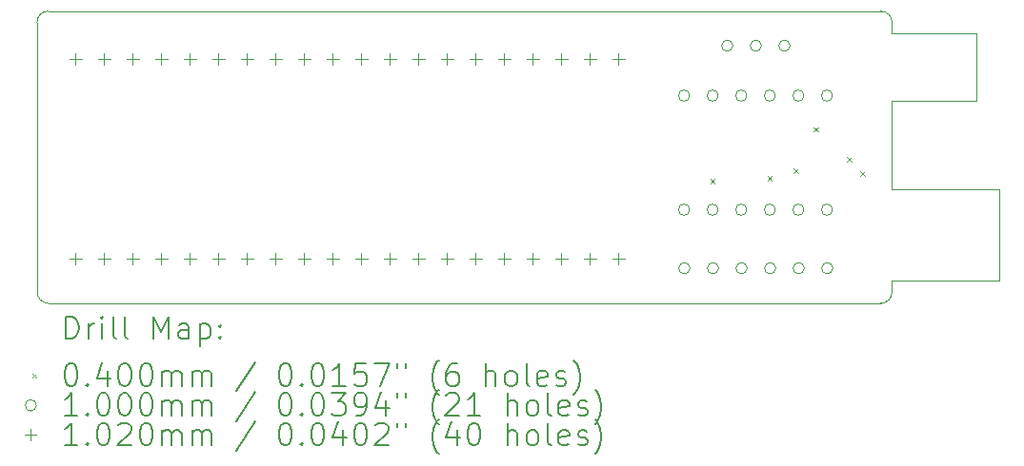
<source format=gbr>
%TF.GenerationSoftware,KiCad,Pcbnew,7.0.5*%
%TF.CreationDate,2023-06-08T07:07:29+09:00*%
%TF.ProjectId,game-boy-pico-link-board,67616d65-2d62-46f7-992d-7069636f2d6c,rev?*%
%TF.SameCoordinates,Original*%
%TF.FileFunction,Drillmap*%
%TF.FilePolarity,Positive*%
%FSLAX45Y45*%
G04 Gerber Fmt 4.5, Leading zero omitted, Abs format (unit mm)*
G04 Created by KiCad (PCBNEW 7.0.5) date 2023-06-08 07:07:29*
%MOMM*%
%LPD*%
G01*
G04 APERTURE LIST*
%ADD10C,0.100000*%
%ADD11C,0.200000*%
%ADD12C,0.040000*%
%ADD13C,0.102000*%
G04 APERTURE END LIST*
D10*
X14446000Y-10877500D02*
G75*
G03*
X14546000Y-10777500I0J100000D01*
G01*
X15296000Y-9077500D02*
X15296000Y-8477500D01*
X6946711Y-10776789D02*
G75*
G03*
X7046711Y-10876789I99999J-1D01*
G01*
X14446000Y-8277500D02*
X7046000Y-8277500D01*
X7046000Y-8277500D02*
G75*
G03*
X6946000Y-8377500I0J-100000D01*
G01*
X15501000Y-9867500D02*
X14546000Y-9867500D01*
X14546000Y-8377500D02*
G75*
G03*
X14446000Y-8277500I-100000J0D01*
G01*
X15501000Y-10677500D02*
X15501000Y-9867500D01*
X14546000Y-8477500D02*
X15296000Y-8477500D01*
X7046711Y-10876789D02*
X14446000Y-10877500D01*
X14546000Y-8377500D02*
X14546000Y-8477500D01*
X14546000Y-9077500D02*
X14546000Y-9867500D01*
X6946000Y-8377500D02*
X6946711Y-10776789D01*
X14546000Y-10677500D02*
X14546000Y-10777500D01*
X14546000Y-10677500D02*
X15501000Y-10677500D01*
X14546000Y-9077500D02*
X15296000Y-9077500D01*
D11*
D12*
X12930000Y-9770000D02*
X12970000Y-9810000D01*
X12970000Y-9770000D02*
X12930000Y-9810000D01*
X13439000Y-9748130D02*
X13479000Y-9788130D01*
X13479000Y-9748130D02*
X13439000Y-9788130D01*
X13670000Y-9680000D02*
X13710000Y-9720000D01*
X13710000Y-9680000D02*
X13670000Y-9720000D01*
X13846940Y-9309150D02*
X13886940Y-9349150D01*
X13886940Y-9309150D02*
X13846940Y-9349150D01*
X14144400Y-9574400D02*
X14184400Y-9614400D01*
X14184400Y-9574400D02*
X14144400Y-9614400D01*
X14266400Y-9706400D02*
X14306400Y-9746400D01*
X14306400Y-9706400D02*
X14266400Y-9746400D01*
D10*
X12747000Y-9029800D02*
G75*
G03*
X12747000Y-9029800I-50000J0D01*
G01*
X12747000Y-10045800D02*
G75*
G03*
X12747000Y-10045800I-50000J0D01*
G01*
X12750000Y-10566400D02*
G75*
G03*
X12750000Y-10566400I-50000J0D01*
G01*
X13001000Y-9029800D02*
G75*
G03*
X13001000Y-9029800I-50000J0D01*
G01*
X13001000Y-10045800D02*
G75*
G03*
X13001000Y-10045800I-50000J0D01*
G01*
X13004000Y-10566400D02*
G75*
G03*
X13004000Y-10566400I-50000J0D01*
G01*
X13131000Y-8585200D02*
G75*
G03*
X13131000Y-8585200I-50000J0D01*
G01*
X13255000Y-9029800D02*
G75*
G03*
X13255000Y-9029800I-50000J0D01*
G01*
X13255000Y-10045800D02*
G75*
G03*
X13255000Y-10045800I-50000J0D01*
G01*
X13258000Y-10566400D02*
G75*
G03*
X13258000Y-10566400I-50000J0D01*
G01*
X13385000Y-8585200D02*
G75*
G03*
X13385000Y-8585200I-50000J0D01*
G01*
X13509000Y-9029800D02*
G75*
G03*
X13509000Y-9029800I-50000J0D01*
G01*
X13509000Y-10045800D02*
G75*
G03*
X13509000Y-10045800I-50000J0D01*
G01*
X13512000Y-10566400D02*
G75*
G03*
X13512000Y-10566400I-50000J0D01*
G01*
X13639000Y-8585200D02*
G75*
G03*
X13639000Y-8585200I-50000J0D01*
G01*
X13763000Y-9029800D02*
G75*
G03*
X13763000Y-9029800I-50000J0D01*
G01*
X13763000Y-10045800D02*
G75*
G03*
X13763000Y-10045800I-50000J0D01*
G01*
X13766000Y-10566400D02*
G75*
G03*
X13766000Y-10566400I-50000J0D01*
G01*
X14017000Y-9029800D02*
G75*
G03*
X14017000Y-9029800I-50000J0D01*
G01*
X14017000Y-10045800D02*
G75*
G03*
X14017000Y-10045800I-50000J0D01*
G01*
X14020000Y-10566400D02*
G75*
G03*
X14020000Y-10566400I-50000J0D01*
G01*
D13*
X7290000Y-8648500D02*
X7290000Y-8750500D01*
X7239000Y-8699500D02*
X7341000Y-8699500D01*
X7290000Y-10426500D02*
X7290000Y-10528500D01*
X7239000Y-10477500D02*
X7341000Y-10477500D01*
X7544000Y-8648500D02*
X7544000Y-8750500D01*
X7493000Y-8699500D02*
X7595000Y-8699500D01*
X7544000Y-10426500D02*
X7544000Y-10528500D01*
X7493000Y-10477500D02*
X7595000Y-10477500D01*
X7798000Y-8648500D02*
X7798000Y-8750500D01*
X7747000Y-8699500D02*
X7849000Y-8699500D01*
X7798000Y-10426500D02*
X7798000Y-10528500D01*
X7747000Y-10477500D02*
X7849000Y-10477500D01*
X8052000Y-8648500D02*
X8052000Y-8750500D01*
X8001000Y-8699500D02*
X8103000Y-8699500D01*
X8052000Y-10426500D02*
X8052000Y-10528500D01*
X8001000Y-10477500D02*
X8103000Y-10477500D01*
X8306000Y-8648500D02*
X8306000Y-8750500D01*
X8255000Y-8699500D02*
X8357000Y-8699500D01*
X8306000Y-10426500D02*
X8306000Y-10528500D01*
X8255000Y-10477500D02*
X8357000Y-10477500D01*
X8560000Y-8648500D02*
X8560000Y-8750500D01*
X8509000Y-8699500D02*
X8611000Y-8699500D01*
X8560000Y-10426500D02*
X8560000Y-10528500D01*
X8509000Y-10477500D02*
X8611000Y-10477500D01*
X8814000Y-8648500D02*
X8814000Y-8750500D01*
X8763000Y-8699500D02*
X8865000Y-8699500D01*
X8814000Y-10426500D02*
X8814000Y-10528500D01*
X8763000Y-10477500D02*
X8865000Y-10477500D01*
X9068000Y-8648500D02*
X9068000Y-8750500D01*
X9017000Y-8699500D02*
X9119000Y-8699500D01*
X9068000Y-10426500D02*
X9068000Y-10528500D01*
X9017000Y-10477500D02*
X9119000Y-10477500D01*
X9322000Y-8648500D02*
X9322000Y-8750500D01*
X9271000Y-8699500D02*
X9373000Y-8699500D01*
X9322000Y-10426500D02*
X9322000Y-10528500D01*
X9271000Y-10477500D02*
X9373000Y-10477500D01*
X9576000Y-8648500D02*
X9576000Y-8750500D01*
X9525000Y-8699500D02*
X9627000Y-8699500D01*
X9576000Y-10426500D02*
X9576000Y-10528500D01*
X9525000Y-10477500D02*
X9627000Y-10477500D01*
X9830000Y-8648500D02*
X9830000Y-8750500D01*
X9779000Y-8699500D02*
X9881000Y-8699500D01*
X9830000Y-10426500D02*
X9830000Y-10528500D01*
X9779000Y-10477500D02*
X9881000Y-10477500D01*
X10084000Y-8648500D02*
X10084000Y-8750500D01*
X10033000Y-8699500D02*
X10135000Y-8699500D01*
X10084000Y-10426500D02*
X10084000Y-10528500D01*
X10033000Y-10477500D02*
X10135000Y-10477500D01*
X10338000Y-8648500D02*
X10338000Y-8750500D01*
X10287000Y-8699500D02*
X10389000Y-8699500D01*
X10338000Y-10426500D02*
X10338000Y-10528500D01*
X10287000Y-10477500D02*
X10389000Y-10477500D01*
X10592000Y-8648500D02*
X10592000Y-8750500D01*
X10541000Y-8699500D02*
X10643000Y-8699500D01*
X10592000Y-10426500D02*
X10592000Y-10528500D01*
X10541000Y-10477500D02*
X10643000Y-10477500D01*
X10846000Y-8648500D02*
X10846000Y-8750500D01*
X10795000Y-8699500D02*
X10897000Y-8699500D01*
X10846000Y-10426500D02*
X10846000Y-10528500D01*
X10795000Y-10477500D02*
X10897000Y-10477500D01*
X11100000Y-8648500D02*
X11100000Y-8750500D01*
X11049000Y-8699500D02*
X11151000Y-8699500D01*
X11100000Y-10426500D02*
X11100000Y-10528500D01*
X11049000Y-10477500D02*
X11151000Y-10477500D01*
X11354000Y-8648500D02*
X11354000Y-8750500D01*
X11303000Y-8699500D02*
X11405000Y-8699500D01*
X11354000Y-10426500D02*
X11354000Y-10528500D01*
X11303000Y-10477500D02*
X11405000Y-10477500D01*
X11608000Y-8648500D02*
X11608000Y-8750500D01*
X11557000Y-8699500D02*
X11659000Y-8699500D01*
X11608000Y-10426500D02*
X11608000Y-10528500D01*
X11557000Y-10477500D02*
X11659000Y-10477500D01*
X11862000Y-8648500D02*
X11862000Y-8750500D01*
X11811000Y-8699500D02*
X11913000Y-8699500D01*
X11862000Y-10426500D02*
X11862000Y-10528500D01*
X11811000Y-10477500D02*
X11913000Y-10477500D01*
X12116000Y-8648500D02*
X12116000Y-8750500D01*
X12065000Y-8699500D02*
X12167000Y-8699500D01*
X12116000Y-10426500D02*
X12116000Y-10528500D01*
X12065000Y-10477500D02*
X12167000Y-10477500D01*
D11*
X7201777Y-11193984D02*
X7201777Y-10993984D01*
X7201777Y-10993984D02*
X7249396Y-10993984D01*
X7249396Y-10993984D02*
X7277967Y-11003508D01*
X7277967Y-11003508D02*
X7297015Y-11022555D01*
X7297015Y-11022555D02*
X7306539Y-11041603D01*
X7306539Y-11041603D02*
X7316062Y-11079698D01*
X7316062Y-11079698D02*
X7316062Y-11108270D01*
X7316062Y-11108270D02*
X7306539Y-11146365D01*
X7306539Y-11146365D02*
X7297015Y-11165412D01*
X7297015Y-11165412D02*
X7277967Y-11184460D01*
X7277967Y-11184460D02*
X7249396Y-11193984D01*
X7249396Y-11193984D02*
X7201777Y-11193984D01*
X7401777Y-11193984D02*
X7401777Y-11060650D01*
X7401777Y-11098746D02*
X7411301Y-11079698D01*
X7411301Y-11079698D02*
X7420824Y-11070174D01*
X7420824Y-11070174D02*
X7439872Y-11060650D01*
X7439872Y-11060650D02*
X7458920Y-11060650D01*
X7525586Y-11193984D02*
X7525586Y-11060650D01*
X7525586Y-10993984D02*
X7516062Y-11003508D01*
X7516062Y-11003508D02*
X7525586Y-11013031D01*
X7525586Y-11013031D02*
X7535110Y-11003508D01*
X7535110Y-11003508D02*
X7525586Y-10993984D01*
X7525586Y-10993984D02*
X7525586Y-11013031D01*
X7649396Y-11193984D02*
X7630348Y-11184460D01*
X7630348Y-11184460D02*
X7620824Y-11165412D01*
X7620824Y-11165412D02*
X7620824Y-10993984D01*
X7754158Y-11193984D02*
X7735110Y-11184460D01*
X7735110Y-11184460D02*
X7725586Y-11165412D01*
X7725586Y-11165412D02*
X7725586Y-10993984D01*
X7982729Y-11193984D02*
X7982729Y-10993984D01*
X7982729Y-10993984D02*
X8049396Y-11136841D01*
X8049396Y-11136841D02*
X8116062Y-10993984D01*
X8116062Y-10993984D02*
X8116062Y-11193984D01*
X8297015Y-11193984D02*
X8297015Y-11089222D01*
X8297015Y-11089222D02*
X8287491Y-11070174D01*
X8287491Y-11070174D02*
X8268443Y-11060650D01*
X8268443Y-11060650D02*
X8230348Y-11060650D01*
X8230348Y-11060650D02*
X8211301Y-11070174D01*
X8297015Y-11184460D02*
X8277967Y-11193984D01*
X8277967Y-11193984D02*
X8230348Y-11193984D01*
X8230348Y-11193984D02*
X8211301Y-11184460D01*
X8211301Y-11184460D02*
X8201777Y-11165412D01*
X8201777Y-11165412D02*
X8201777Y-11146365D01*
X8201777Y-11146365D02*
X8211301Y-11127317D01*
X8211301Y-11127317D02*
X8230348Y-11117793D01*
X8230348Y-11117793D02*
X8277967Y-11117793D01*
X8277967Y-11117793D02*
X8297015Y-11108270D01*
X8392253Y-11060650D02*
X8392253Y-11260650D01*
X8392253Y-11070174D02*
X8411301Y-11060650D01*
X8411301Y-11060650D02*
X8449396Y-11060650D01*
X8449396Y-11060650D02*
X8468444Y-11070174D01*
X8468444Y-11070174D02*
X8477967Y-11079698D01*
X8477967Y-11079698D02*
X8487491Y-11098746D01*
X8487491Y-11098746D02*
X8487491Y-11155889D01*
X8487491Y-11155889D02*
X8477967Y-11174936D01*
X8477967Y-11174936D02*
X8468444Y-11184460D01*
X8468444Y-11184460D02*
X8449396Y-11193984D01*
X8449396Y-11193984D02*
X8411301Y-11193984D01*
X8411301Y-11193984D02*
X8392253Y-11184460D01*
X8573205Y-11174936D02*
X8582729Y-11184460D01*
X8582729Y-11184460D02*
X8573205Y-11193984D01*
X8573205Y-11193984D02*
X8563682Y-11184460D01*
X8563682Y-11184460D02*
X8573205Y-11174936D01*
X8573205Y-11174936D02*
X8573205Y-11193984D01*
X8573205Y-11070174D02*
X8582729Y-11079698D01*
X8582729Y-11079698D02*
X8573205Y-11089222D01*
X8573205Y-11089222D02*
X8563682Y-11079698D01*
X8563682Y-11079698D02*
X8573205Y-11070174D01*
X8573205Y-11070174D02*
X8573205Y-11089222D01*
D12*
X6901000Y-11502500D02*
X6941000Y-11542500D01*
X6941000Y-11502500D02*
X6901000Y-11542500D01*
D11*
X7239872Y-11413984D02*
X7258920Y-11413984D01*
X7258920Y-11413984D02*
X7277967Y-11423508D01*
X7277967Y-11423508D02*
X7287491Y-11433031D01*
X7287491Y-11433031D02*
X7297015Y-11452079D01*
X7297015Y-11452079D02*
X7306539Y-11490174D01*
X7306539Y-11490174D02*
X7306539Y-11537793D01*
X7306539Y-11537793D02*
X7297015Y-11575888D01*
X7297015Y-11575888D02*
X7287491Y-11594936D01*
X7287491Y-11594936D02*
X7277967Y-11604460D01*
X7277967Y-11604460D02*
X7258920Y-11613984D01*
X7258920Y-11613984D02*
X7239872Y-11613984D01*
X7239872Y-11613984D02*
X7220824Y-11604460D01*
X7220824Y-11604460D02*
X7211301Y-11594936D01*
X7211301Y-11594936D02*
X7201777Y-11575888D01*
X7201777Y-11575888D02*
X7192253Y-11537793D01*
X7192253Y-11537793D02*
X7192253Y-11490174D01*
X7192253Y-11490174D02*
X7201777Y-11452079D01*
X7201777Y-11452079D02*
X7211301Y-11433031D01*
X7211301Y-11433031D02*
X7220824Y-11423508D01*
X7220824Y-11423508D02*
X7239872Y-11413984D01*
X7392253Y-11594936D02*
X7401777Y-11604460D01*
X7401777Y-11604460D02*
X7392253Y-11613984D01*
X7392253Y-11613984D02*
X7382729Y-11604460D01*
X7382729Y-11604460D02*
X7392253Y-11594936D01*
X7392253Y-11594936D02*
X7392253Y-11613984D01*
X7573205Y-11480650D02*
X7573205Y-11613984D01*
X7525586Y-11404460D02*
X7477967Y-11547317D01*
X7477967Y-11547317D02*
X7601777Y-11547317D01*
X7716062Y-11413984D02*
X7735110Y-11413984D01*
X7735110Y-11413984D02*
X7754158Y-11423508D01*
X7754158Y-11423508D02*
X7763682Y-11433031D01*
X7763682Y-11433031D02*
X7773205Y-11452079D01*
X7773205Y-11452079D02*
X7782729Y-11490174D01*
X7782729Y-11490174D02*
X7782729Y-11537793D01*
X7782729Y-11537793D02*
X7773205Y-11575888D01*
X7773205Y-11575888D02*
X7763682Y-11594936D01*
X7763682Y-11594936D02*
X7754158Y-11604460D01*
X7754158Y-11604460D02*
X7735110Y-11613984D01*
X7735110Y-11613984D02*
X7716062Y-11613984D01*
X7716062Y-11613984D02*
X7697015Y-11604460D01*
X7697015Y-11604460D02*
X7687491Y-11594936D01*
X7687491Y-11594936D02*
X7677967Y-11575888D01*
X7677967Y-11575888D02*
X7668443Y-11537793D01*
X7668443Y-11537793D02*
X7668443Y-11490174D01*
X7668443Y-11490174D02*
X7677967Y-11452079D01*
X7677967Y-11452079D02*
X7687491Y-11433031D01*
X7687491Y-11433031D02*
X7697015Y-11423508D01*
X7697015Y-11423508D02*
X7716062Y-11413984D01*
X7906539Y-11413984D02*
X7925586Y-11413984D01*
X7925586Y-11413984D02*
X7944634Y-11423508D01*
X7944634Y-11423508D02*
X7954158Y-11433031D01*
X7954158Y-11433031D02*
X7963682Y-11452079D01*
X7963682Y-11452079D02*
X7973205Y-11490174D01*
X7973205Y-11490174D02*
X7973205Y-11537793D01*
X7973205Y-11537793D02*
X7963682Y-11575888D01*
X7963682Y-11575888D02*
X7954158Y-11594936D01*
X7954158Y-11594936D02*
X7944634Y-11604460D01*
X7944634Y-11604460D02*
X7925586Y-11613984D01*
X7925586Y-11613984D02*
X7906539Y-11613984D01*
X7906539Y-11613984D02*
X7887491Y-11604460D01*
X7887491Y-11604460D02*
X7877967Y-11594936D01*
X7877967Y-11594936D02*
X7868443Y-11575888D01*
X7868443Y-11575888D02*
X7858920Y-11537793D01*
X7858920Y-11537793D02*
X7858920Y-11490174D01*
X7858920Y-11490174D02*
X7868443Y-11452079D01*
X7868443Y-11452079D02*
X7877967Y-11433031D01*
X7877967Y-11433031D02*
X7887491Y-11423508D01*
X7887491Y-11423508D02*
X7906539Y-11413984D01*
X8058920Y-11613984D02*
X8058920Y-11480650D01*
X8058920Y-11499698D02*
X8068443Y-11490174D01*
X8068443Y-11490174D02*
X8087491Y-11480650D01*
X8087491Y-11480650D02*
X8116063Y-11480650D01*
X8116063Y-11480650D02*
X8135110Y-11490174D01*
X8135110Y-11490174D02*
X8144634Y-11509222D01*
X8144634Y-11509222D02*
X8144634Y-11613984D01*
X8144634Y-11509222D02*
X8154158Y-11490174D01*
X8154158Y-11490174D02*
X8173205Y-11480650D01*
X8173205Y-11480650D02*
X8201777Y-11480650D01*
X8201777Y-11480650D02*
X8220824Y-11490174D01*
X8220824Y-11490174D02*
X8230348Y-11509222D01*
X8230348Y-11509222D02*
X8230348Y-11613984D01*
X8325586Y-11613984D02*
X8325586Y-11480650D01*
X8325586Y-11499698D02*
X8335110Y-11490174D01*
X8335110Y-11490174D02*
X8354158Y-11480650D01*
X8354158Y-11480650D02*
X8382729Y-11480650D01*
X8382729Y-11480650D02*
X8401777Y-11490174D01*
X8401777Y-11490174D02*
X8411301Y-11509222D01*
X8411301Y-11509222D02*
X8411301Y-11613984D01*
X8411301Y-11509222D02*
X8420825Y-11490174D01*
X8420825Y-11490174D02*
X8439872Y-11480650D01*
X8439872Y-11480650D02*
X8468444Y-11480650D01*
X8468444Y-11480650D02*
X8487491Y-11490174D01*
X8487491Y-11490174D02*
X8497015Y-11509222D01*
X8497015Y-11509222D02*
X8497015Y-11613984D01*
X8887491Y-11404460D02*
X8716063Y-11661603D01*
X9144634Y-11413984D02*
X9163682Y-11413984D01*
X9163682Y-11413984D02*
X9182729Y-11423508D01*
X9182729Y-11423508D02*
X9192253Y-11433031D01*
X9192253Y-11433031D02*
X9201777Y-11452079D01*
X9201777Y-11452079D02*
X9211301Y-11490174D01*
X9211301Y-11490174D02*
X9211301Y-11537793D01*
X9211301Y-11537793D02*
X9201777Y-11575888D01*
X9201777Y-11575888D02*
X9192253Y-11594936D01*
X9192253Y-11594936D02*
X9182729Y-11604460D01*
X9182729Y-11604460D02*
X9163682Y-11613984D01*
X9163682Y-11613984D02*
X9144634Y-11613984D01*
X9144634Y-11613984D02*
X9125587Y-11604460D01*
X9125587Y-11604460D02*
X9116063Y-11594936D01*
X9116063Y-11594936D02*
X9106539Y-11575888D01*
X9106539Y-11575888D02*
X9097015Y-11537793D01*
X9097015Y-11537793D02*
X9097015Y-11490174D01*
X9097015Y-11490174D02*
X9106539Y-11452079D01*
X9106539Y-11452079D02*
X9116063Y-11433031D01*
X9116063Y-11433031D02*
X9125587Y-11423508D01*
X9125587Y-11423508D02*
X9144634Y-11413984D01*
X9297015Y-11594936D02*
X9306539Y-11604460D01*
X9306539Y-11604460D02*
X9297015Y-11613984D01*
X9297015Y-11613984D02*
X9287491Y-11604460D01*
X9287491Y-11604460D02*
X9297015Y-11594936D01*
X9297015Y-11594936D02*
X9297015Y-11613984D01*
X9430348Y-11413984D02*
X9449396Y-11413984D01*
X9449396Y-11413984D02*
X9468444Y-11423508D01*
X9468444Y-11423508D02*
X9477968Y-11433031D01*
X9477968Y-11433031D02*
X9487491Y-11452079D01*
X9487491Y-11452079D02*
X9497015Y-11490174D01*
X9497015Y-11490174D02*
X9497015Y-11537793D01*
X9497015Y-11537793D02*
X9487491Y-11575888D01*
X9487491Y-11575888D02*
X9477968Y-11594936D01*
X9477968Y-11594936D02*
X9468444Y-11604460D01*
X9468444Y-11604460D02*
X9449396Y-11613984D01*
X9449396Y-11613984D02*
X9430348Y-11613984D01*
X9430348Y-11613984D02*
X9411301Y-11604460D01*
X9411301Y-11604460D02*
X9401777Y-11594936D01*
X9401777Y-11594936D02*
X9392253Y-11575888D01*
X9392253Y-11575888D02*
X9382729Y-11537793D01*
X9382729Y-11537793D02*
X9382729Y-11490174D01*
X9382729Y-11490174D02*
X9392253Y-11452079D01*
X9392253Y-11452079D02*
X9401777Y-11433031D01*
X9401777Y-11433031D02*
X9411301Y-11423508D01*
X9411301Y-11423508D02*
X9430348Y-11413984D01*
X9687491Y-11613984D02*
X9573206Y-11613984D01*
X9630348Y-11613984D02*
X9630348Y-11413984D01*
X9630348Y-11413984D02*
X9611301Y-11442555D01*
X9611301Y-11442555D02*
X9592253Y-11461603D01*
X9592253Y-11461603D02*
X9573206Y-11471127D01*
X9868444Y-11413984D02*
X9773206Y-11413984D01*
X9773206Y-11413984D02*
X9763682Y-11509222D01*
X9763682Y-11509222D02*
X9773206Y-11499698D01*
X9773206Y-11499698D02*
X9792253Y-11490174D01*
X9792253Y-11490174D02*
X9839872Y-11490174D01*
X9839872Y-11490174D02*
X9858920Y-11499698D01*
X9858920Y-11499698D02*
X9868444Y-11509222D01*
X9868444Y-11509222D02*
X9877968Y-11528269D01*
X9877968Y-11528269D02*
X9877968Y-11575888D01*
X9877968Y-11575888D02*
X9868444Y-11594936D01*
X9868444Y-11594936D02*
X9858920Y-11604460D01*
X9858920Y-11604460D02*
X9839872Y-11613984D01*
X9839872Y-11613984D02*
X9792253Y-11613984D01*
X9792253Y-11613984D02*
X9773206Y-11604460D01*
X9773206Y-11604460D02*
X9763682Y-11594936D01*
X9944634Y-11413984D02*
X10077968Y-11413984D01*
X10077968Y-11413984D02*
X9992253Y-11613984D01*
X10144634Y-11413984D02*
X10144634Y-11452079D01*
X10220825Y-11413984D02*
X10220825Y-11452079D01*
X10516063Y-11690174D02*
X10506539Y-11680650D01*
X10506539Y-11680650D02*
X10487491Y-11652079D01*
X10487491Y-11652079D02*
X10477968Y-11633031D01*
X10477968Y-11633031D02*
X10468444Y-11604460D01*
X10468444Y-11604460D02*
X10458920Y-11556841D01*
X10458920Y-11556841D02*
X10458920Y-11518746D01*
X10458920Y-11518746D02*
X10468444Y-11471127D01*
X10468444Y-11471127D02*
X10477968Y-11442555D01*
X10477968Y-11442555D02*
X10487491Y-11423508D01*
X10487491Y-11423508D02*
X10506539Y-11394936D01*
X10506539Y-11394936D02*
X10516063Y-11385412D01*
X10677968Y-11413984D02*
X10639872Y-11413984D01*
X10639872Y-11413984D02*
X10620825Y-11423508D01*
X10620825Y-11423508D02*
X10611301Y-11433031D01*
X10611301Y-11433031D02*
X10592253Y-11461603D01*
X10592253Y-11461603D02*
X10582730Y-11499698D01*
X10582730Y-11499698D02*
X10582730Y-11575888D01*
X10582730Y-11575888D02*
X10592253Y-11594936D01*
X10592253Y-11594936D02*
X10601777Y-11604460D01*
X10601777Y-11604460D02*
X10620825Y-11613984D01*
X10620825Y-11613984D02*
X10658920Y-11613984D01*
X10658920Y-11613984D02*
X10677968Y-11604460D01*
X10677968Y-11604460D02*
X10687491Y-11594936D01*
X10687491Y-11594936D02*
X10697015Y-11575888D01*
X10697015Y-11575888D02*
X10697015Y-11528269D01*
X10697015Y-11528269D02*
X10687491Y-11509222D01*
X10687491Y-11509222D02*
X10677968Y-11499698D01*
X10677968Y-11499698D02*
X10658920Y-11490174D01*
X10658920Y-11490174D02*
X10620825Y-11490174D01*
X10620825Y-11490174D02*
X10601777Y-11499698D01*
X10601777Y-11499698D02*
X10592253Y-11509222D01*
X10592253Y-11509222D02*
X10582730Y-11528269D01*
X10935111Y-11613984D02*
X10935111Y-11413984D01*
X11020825Y-11613984D02*
X11020825Y-11509222D01*
X11020825Y-11509222D02*
X11011301Y-11490174D01*
X11011301Y-11490174D02*
X10992253Y-11480650D01*
X10992253Y-11480650D02*
X10963682Y-11480650D01*
X10963682Y-11480650D02*
X10944634Y-11490174D01*
X10944634Y-11490174D02*
X10935111Y-11499698D01*
X11144634Y-11613984D02*
X11125587Y-11604460D01*
X11125587Y-11604460D02*
X11116063Y-11594936D01*
X11116063Y-11594936D02*
X11106539Y-11575888D01*
X11106539Y-11575888D02*
X11106539Y-11518746D01*
X11106539Y-11518746D02*
X11116063Y-11499698D01*
X11116063Y-11499698D02*
X11125587Y-11490174D01*
X11125587Y-11490174D02*
X11144634Y-11480650D01*
X11144634Y-11480650D02*
X11173206Y-11480650D01*
X11173206Y-11480650D02*
X11192253Y-11490174D01*
X11192253Y-11490174D02*
X11201777Y-11499698D01*
X11201777Y-11499698D02*
X11211301Y-11518746D01*
X11211301Y-11518746D02*
X11211301Y-11575888D01*
X11211301Y-11575888D02*
X11201777Y-11594936D01*
X11201777Y-11594936D02*
X11192253Y-11604460D01*
X11192253Y-11604460D02*
X11173206Y-11613984D01*
X11173206Y-11613984D02*
X11144634Y-11613984D01*
X11325587Y-11613984D02*
X11306539Y-11604460D01*
X11306539Y-11604460D02*
X11297015Y-11585412D01*
X11297015Y-11585412D02*
X11297015Y-11413984D01*
X11477968Y-11604460D02*
X11458920Y-11613984D01*
X11458920Y-11613984D02*
X11420825Y-11613984D01*
X11420825Y-11613984D02*
X11401777Y-11604460D01*
X11401777Y-11604460D02*
X11392253Y-11585412D01*
X11392253Y-11585412D02*
X11392253Y-11509222D01*
X11392253Y-11509222D02*
X11401777Y-11490174D01*
X11401777Y-11490174D02*
X11420825Y-11480650D01*
X11420825Y-11480650D02*
X11458920Y-11480650D01*
X11458920Y-11480650D02*
X11477968Y-11490174D01*
X11477968Y-11490174D02*
X11487491Y-11509222D01*
X11487491Y-11509222D02*
X11487491Y-11528269D01*
X11487491Y-11528269D02*
X11392253Y-11547317D01*
X11563682Y-11604460D02*
X11582730Y-11613984D01*
X11582730Y-11613984D02*
X11620825Y-11613984D01*
X11620825Y-11613984D02*
X11639872Y-11604460D01*
X11639872Y-11604460D02*
X11649396Y-11585412D01*
X11649396Y-11585412D02*
X11649396Y-11575888D01*
X11649396Y-11575888D02*
X11639872Y-11556841D01*
X11639872Y-11556841D02*
X11620825Y-11547317D01*
X11620825Y-11547317D02*
X11592253Y-11547317D01*
X11592253Y-11547317D02*
X11573206Y-11537793D01*
X11573206Y-11537793D02*
X11563682Y-11518746D01*
X11563682Y-11518746D02*
X11563682Y-11509222D01*
X11563682Y-11509222D02*
X11573206Y-11490174D01*
X11573206Y-11490174D02*
X11592253Y-11480650D01*
X11592253Y-11480650D02*
X11620825Y-11480650D01*
X11620825Y-11480650D02*
X11639872Y-11490174D01*
X11716063Y-11690174D02*
X11725587Y-11680650D01*
X11725587Y-11680650D02*
X11744634Y-11652079D01*
X11744634Y-11652079D02*
X11754158Y-11633031D01*
X11754158Y-11633031D02*
X11763682Y-11604460D01*
X11763682Y-11604460D02*
X11773206Y-11556841D01*
X11773206Y-11556841D02*
X11773206Y-11518746D01*
X11773206Y-11518746D02*
X11763682Y-11471127D01*
X11763682Y-11471127D02*
X11754158Y-11442555D01*
X11754158Y-11442555D02*
X11744634Y-11423508D01*
X11744634Y-11423508D02*
X11725587Y-11394936D01*
X11725587Y-11394936D02*
X11716063Y-11385412D01*
D10*
X6941000Y-11786500D02*
G75*
G03*
X6941000Y-11786500I-50000J0D01*
G01*
D11*
X7306539Y-11877984D02*
X7192253Y-11877984D01*
X7249396Y-11877984D02*
X7249396Y-11677984D01*
X7249396Y-11677984D02*
X7230348Y-11706555D01*
X7230348Y-11706555D02*
X7211301Y-11725603D01*
X7211301Y-11725603D02*
X7192253Y-11735127D01*
X7392253Y-11858936D02*
X7401777Y-11868460D01*
X7401777Y-11868460D02*
X7392253Y-11877984D01*
X7392253Y-11877984D02*
X7382729Y-11868460D01*
X7382729Y-11868460D02*
X7392253Y-11858936D01*
X7392253Y-11858936D02*
X7392253Y-11877984D01*
X7525586Y-11677984D02*
X7544634Y-11677984D01*
X7544634Y-11677984D02*
X7563682Y-11687508D01*
X7563682Y-11687508D02*
X7573205Y-11697031D01*
X7573205Y-11697031D02*
X7582729Y-11716079D01*
X7582729Y-11716079D02*
X7592253Y-11754174D01*
X7592253Y-11754174D02*
X7592253Y-11801793D01*
X7592253Y-11801793D02*
X7582729Y-11839888D01*
X7582729Y-11839888D02*
X7573205Y-11858936D01*
X7573205Y-11858936D02*
X7563682Y-11868460D01*
X7563682Y-11868460D02*
X7544634Y-11877984D01*
X7544634Y-11877984D02*
X7525586Y-11877984D01*
X7525586Y-11877984D02*
X7506539Y-11868460D01*
X7506539Y-11868460D02*
X7497015Y-11858936D01*
X7497015Y-11858936D02*
X7487491Y-11839888D01*
X7487491Y-11839888D02*
X7477967Y-11801793D01*
X7477967Y-11801793D02*
X7477967Y-11754174D01*
X7477967Y-11754174D02*
X7487491Y-11716079D01*
X7487491Y-11716079D02*
X7497015Y-11697031D01*
X7497015Y-11697031D02*
X7506539Y-11687508D01*
X7506539Y-11687508D02*
X7525586Y-11677984D01*
X7716062Y-11677984D02*
X7735110Y-11677984D01*
X7735110Y-11677984D02*
X7754158Y-11687508D01*
X7754158Y-11687508D02*
X7763682Y-11697031D01*
X7763682Y-11697031D02*
X7773205Y-11716079D01*
X7773205Y-11716079D02*
X7782729Y-11754174D01*
X7782729Y-11754174D02*
X7782729Y-11801793D01*
X7782729Y-11801793D02*
X7773205Y-11839888D01*
X7773205Y-11839888D02*
X7763682Y-11858936D01*
X7763682Y-11858936D02*
X7754158Y-11868460D01*
X7754158Y-11868460D02*
X7735110Y-11877984D01*
X7735110Y-11877984D02*
X7716062Y-11877984D01*
X7716062Y-11877984D02*
X7697015Y-11868460D01*
X7697015Y-11868460D02*
X7687491Y-11858936D01*
X7687491Y-11858936D02*
X7677967Y-11839888D01*
X7677967Y-11839888D02*
X7668443Y-11801793D01*
X7668443Y-11801793D02*
X7668443Y-11754174D01*
X7668443Y-11754174D02*
X7677967Y-11716079D01*
X7677967Y-11716079D02*
X7687491Y-11697031D01*
X7687491Y-11697031D02*
X7697015Y-11687508D01*
X7697015Y-11687508D02*
X7716062Y-11677984D01*
X7906539Y-11677984D02*
X7925586Y-11677984D01*
X7925586Y-11677984D02*
X7944634Y-11687508D01*
X7944634Y-11687508D02*
X7954158Y-11697031D01*
X7954158Y-11697031D02*
X7963682Y-11716079D01*
X7963682Y-11716079D02*
X7973205Y-11754174D01*
X7973205Y-11754174D02*
X7973205Y-11801793D01*
X7973205Y-11801793D02*
X7963682Y-11839888D01*
X7963682Y-11839888D02*
X7954158Y-11858936D01*
X7954158Y-11858936D02*
X7944634Y-11868460D01*
X7944634Y-11868460D02*
X7925586Y-11877984D01*
X7925586Y-11877984D02*
X7906539Y-11877984D01*
X7906539Y-11877984D02*
X7887491Y-11868460D01*
X7887491Y-11868460D02*
X7877967Y-11858936D01*
X7877967Y-11858936D02*
X7868443Y-11839888D01*
X7868443Y-11839888D02*
X7858920Y-11801793D01*
X7858920Y-11801793D02*
X7858920Y-11754174D01*
X7858920Y-11754174D02*
X7868443Y-11716079D01*
X7868443Y-11716079D02*
X7877967Y-11697031D01*
X7877967Y-11697031D02*
X7887491Y-11687508D01*
X7887491Y-11687508D02*
X7906539Y-11677984D01*
X8058920Y-11877984D02*
X8058920Y-11744650D01*
X8058920Y-11763698D02*
X8068443Y-11754174D01*
X8068443Y-11754174D02*
X8087491Y-11744650D01*
X8087491Y-11744650D02*
X8116063Y-11744650D01*
X8116063Y-11744650D02*
X8135110Y-11754174D01*
X8135110Y-11754174D02*
X8144634Y-11773222D01*
X8144634Y-11773222D02*
X8144634Y-11877984D01*
X8144634Y-11773222D02*
X8154158Y-11754174D01*
X8154158Y-11754174D02*
X8173205Y-11744650D01*
X8173205Y-11744650D02*
X8201777Y-11744650D01*
X8201777Y-11744650D02*
X8220824Y-11754174D01*
X8220824Y-11754174D02*
X8230348Y-11773222D01*
X8230348Y-11773222D02*
X8230348Y-11877984D01*
X8325586Y-11877984D02*
X8325586Y-11744650D01*
X8325586Y-11763698D02*
X8335110Y-11754174D01*
X8335110Y-11754174D02*
X8354158Y-11744650D01*
X8354158Y-11744650D02*
X8382729Y-11744650D01*
X8382729Y-11744650D02*
X8401777Y-11754174D01*
X8401777Y-11754174D02*
X8411301Y-11773222D01*
X8411301Y-11773222D02*
X8411301Y-11877984D01*
X8411301Y-11773222D02*
X8420825Y-11754174D01*
X8420825Y-11754174D02*
X8439872Y-11744650D01*
X8439872Y-11744650D02*
X8468444Y-11744650D01*
X8468444Y-11744650D02*
X8487491Y-11754174D01*
X8487491Y-11754174D02*
X8497015Y-11773222D01*
X8497015Y-11773222D02*
X8497015Y-11877984D01*
X8887491Y-11668460D02*
X8716063Y-11925603D01*
X9144634Y-11677984D02*
X9163682Y-11677984D01*
X9163682Y-11677984D02*
X9182729Y-11687508D01*
X9182729Y-11687508D02*
X9192253Y-11697031D01*
X9192253Y-11697031D02*
X9201777Y-11716079D01*
X9201777Y-11716079D02*
X9211301Y-11754174D01*
X9211301Y-11754174D02*
X9211301Y-11801793D01*
X9211301Y-11801793D02*
X9201777Y-11839888D01*
X9201777Y-11839888D02*
X9192253Y-11858936D01*
X9192253Y-11858936D02*
X9182729Y-11868460D01*
X9182729Y-11868460D02*
X9163682Y-11877984D01*
X9163682Y-11877984D02*
X9144634Y-11877984D01*
X9144634Y-11877984D02*
X9125587Y-11868460D01*
X9125587Y-11868460D02*
X9116063Y-11858936D01*
X9116063Y-11858936D02*
X9106539Y-11839888D01*
X9106539Y-11839888D02*
X9097015Y-11801793D01*
X9097015Y-11801793D02*
X9097015Y-11754174D01*
X9097015Y-11754174D02*
X9106539Y-11716079D01*
X9106539Y-11716079D02*
X9116063Y-11697031D01*
X9116063Y-11697031D02*
X9125587Y-11687508D01*
X9125587Y-11687508D02*
X9144634Y-11677984D01*
X9297015Y-11858936D02*
X9306539Y-11868460D01*
X9306539Y-11868460D02*
X9297015Y-11877984D01*
X9297015Y-11877984D02*
X9287491Y-11868460D01*
X9287491Y-11868460D02*
X9297015Y-11858936D01*
X9297015Y-11858936D02*
X9297015Y-11877984D01*
X9430348Y-11677984D02*
X9449396Y-11677984D01*
X9449396Y-11677984D02*
X9468444Y-11687508D01*
X9468444Y-11687508D02*
X9477968Y-11697031D01*
X9477968Y-11697031D02*
X9487491Y-11716079D01*
X9487491Y-11716079D02*
X9497015Y-11754174D01*
X9497015Y-11754174D02*
X9497015Y-11801793D01*
X9497015Y-11801793D02*
X9487491Y-11839888D01*
X9487491Y-11839888D02*
X9477968Y-11858936D01*
X9477968Y-11858936D02*
X9468444Y-11868460D01*
X9468444Y-11868460D02*
X9449396Y-11877984D01*
X9449396Y-11877984D02*
X9430348Y-11877984D01*
X9430348Y-11877984D02*
X9411301Y-11868460D01*
X9411301Y-11868460D02*
X9401777Y-11858936D01*
X9401777Y-11858936D02*
X9392253Y-11839888D01*
X9392253Y-11839888D02*
X9382729Y-11801793D01*
X9382729Y-11801793D02*
X9382729Y-11754174D01*
X9382729Y-11754174D02*
X9392253Y-11716079D01*
X9392253Y-11716079D02*
X9401777Y-11697031D01*
X9401777Y-11697031D02*
X9411301Y-11687508D01*
X9411301Y-11687508D02*
X9430348Y-11677984D01*
X9563682Y-11677984D02*
X9687491Y-11677984D01*
X9687491Y-11677984D02*
X9620825Y-11754174D01*
X9620825Y-11754174D02*
X9649396Y-11754174D01*
X9649396Y-11754174D02*
X9668444Y-11763698D01*
X9668444Y-11763698D02*
X9677968Y-11773222D01*
X9677968Y-11773222D02*
X9687491Y-11792269D01*
X9687491Y-11792269D02*
X9687491Y-11839888D01*
X9687491Y-11839888D02*
X9677968Y-11858936D01*
X9677968Y-11858936D02*
X9668444Y-11868460D01*
X9668444Y-11868460D02*
X9649396Y-11877984D01*
X9649396Y-11877984D02*
X9592253Y-11877984D01*
X9592253Y-11877984D02*
X9573206Y-11868460D01*
X9573206Y-11868460D02*
X9563682Y-11858936D01*
X9782729Y-11877984D02*
X9820825Y-11877984D01*
X9820825Y-11877984D02*
X9839872Y-11868460D01*
X9839872Y-11868460D02*
X9849396Y-11858936D01*
X9849396Y-11858936D02*
X9868444Y-11830365D01*
X9868444Y-11830365D02*
X9877968Y-11792269D01*
X9877968Y-11792269D02*
X9877968Y-11716079D01*
X9877968Y-11716079D02*
X9868444Y-11697031D01*
X9868444Y-11697031D02*
X9858920Y-11687508D01*
X9858920Y-11687508D02*
X9839872Y-11677984D01*
X9839872Y-11677984D02*
X9801777Y-11677984D01*
X9801777Y-11677984D02*
X9782729Y-11687508D01*
X9782729Y-11687508D02*
X9773206Y-11697031D01*
X9773206Y-11697031D02*
X9763682Y-11716079D01*
X9763682Y-11716079D02*
X9763682Y-11763698D01*
X9763682Y-11763698D02*
X9773206Y-11782746D01*
X9773206Y-11782746D02*
X9782729Y-11792269D01*
X9782729Y-11792269D02*
X9801777Y-11801793D01*
X9801777Y-11801793D02*
X9839872Y-11801793D01*
X9839872Y-11801793D02*
X9858920Y-11792269D01*
X9858920Y-11792269D02*
X9868444Y-11782746D01*
X9868444Y-11782746D02*
X9877968Y-11763698D01*
X10049396Y-11744650D02*
X10049396Y-11877984D01*
X10001777Y-11668460D02*
X9954158Y-11811317D01*
X9954158Y-11811317D02*
X10077968Y-11811317D01*
X10144634Y-11677984D02*
X10144634Y-11716079D01*
X10220825Y-11677984D02*
X10220825Y-11716079D01*
X10516063Y-11954174D02*
X10506539Y-11944650D01*
X10506539Y-11944650D02*
X10487491Y-11916079D01*
X10487491Y-11916079D02*
X10477968Y-11897031D01*
X10477968Y-11897031D02*
X10468444Y-11868460D01*
X10468444Y-11868460D02*
X10458920Y-11820841D01*
X10458920Y-11820841D02*
X10458920Y-11782746D01*
X10458920Y-11782746D02*
X10468444Y-11735127D01*
X10468444Y-11735127D02*
X10477968Y-11706555D01*
X10477968Y-11706555D02*
X10487491Y-11687508D01*
X10487491Y-11687508D02*
X10506539Y-11658936D01*
X10506539Y-11658936D02*
X10516063Y-11649412D01*
X10582730Y-11697031D02*
X10592253Y-11687508D01*
X10592253Y-11687508D02*
X10611301Y-11677984D01*
X10611301Y-11677984D02*
X10658920Y-11677984D01*
X10658920Y-11677984D02*
X10677968Y-11687508D01*
X10677968Y-11687508D02*
X10687491Y-11697031D01*
X10687491Y-11697031D02*
X10697015Y-11716079D01*
X10697015Y-11716079D02*
X10697015Y-11735127D01*
X10697015Y-11735127D02*
X10687491Y-11763698D01*
X10687491Y-11763698D02*
X10573206Y-11877984D01*
X10573206Y-11877984D02*
X10697015Y-11877984D01*
X10887491Y-11877984D02*
X10773206Y-11877984D01*
X10830349Y-11877984D02*
X10830349Y-11677984D01*
X10830349Y-11677984D02*
X10811301Y-11706555D01*
X10811301Y-11706555D02*
X10792253Y-11725603D01*
X10792253Y-11725603D02*
X10773206Y-11735127D01*
X11125587Y-11877984D02*
X11125587Y-11677984D01*
X11211301Y-11877984D02*
X11211301Y-11773222D01*
X11211301Y-11773222D02*
X11201777Y-11754174D01*
X11201777Y-11754174D02*
X11182730Y-11744650D01*
X11182730Y-11744650D02*
X11154158Y-11744650D01*
X11154158Y-11744650D02*
X11135111Y-11754174D01*
X11135111Y-11754174D02*
X11125587Y-11763698D01*
X11335110Y-11877984D02*
X11316063Y-11868460D01*
X11316063Y-11868460D02*
X11306539Y-11858936D01*
X11306539Y-11858936D02*
X11297015Y-11839888D01*
X11297015Y-11839888D02*
X11297015Y-11782746D01*
X11297015Y-11782746D02*
X11306539Y-11763698D01*
X11306539Y-11763698D02*
X11316063Y-11754174D01*
X11316063Y-11754174D02*
X11335110Y-11744650D01*
X11335110Y-11744650D02*
X11363682Y-11744650D01*
X11363682Y-11744650D02*
X11382730Y-11754174D01*
X11382730Y-11754174D02*
X11392253Y-11763698D01*
X11392253Y-11763698D02*
X11401777Y-11782746D01*
X11401777Y-11782746D02*
X11401777Y-11839888D01*
X11401777Y-11839888D02*
X11392253Y-11858936D01*
X11392253Y-11858936D02*
X11382730Y-11868460D01*
X11382730Y-11868460D02*
X11363682Y-11877984D01*
X11363682Y-11877984D02*
X11335110Y-11877984D01*
X11516063Y-11877984D02*
X11497015Y-11868460D01*
X11497015Y-11868460D02*
X11487491Y-11849412D01*
X11487491Y-11849412D02*
X11487491Y-11677984D01*
X11668444Y-11868460D02*
X11649396Y-11877984D01*
X11649396Y-11877984D02*
X11611301Y-11877984D01*
X11611301Y-11877984D02*
X11592253Y-11868460D01*
X11592253Y-11868460D02*
X11582730Y-11849412D01*
X11582730Y-11849412D02*
X11582730Y-11773222D01*
X11582730Y-11773222D02*
X11592253Y-11754174D01*
X11592253Y-11754174D02*
X11611301Y-11744650D01*
X11611301Y-11744650D02*
X11649396Y-11744650D01*
X11649396Y-11744650D02*
X11668444Y-11754174D01*
X11668444Y-11754174D02*
X11677968Y-11773222D01*
X11677968Y-11773222D02*
X11677968Y-11792269D01*
X11677968Y-11792269D02*
X11582730Y-11811317D01*
X11754158Y-11868460D02*
X11773206Y-11877984D01*
X11773206Y-11877984D02*
X11811301Y-11877984D01*
X11811301Y-11877984D02*
X11830349Y-11868460D01*
X11830349Y-11868460D02*
X11839872Y-11849412D01*
X11839872Y-11849412D02*
X11839872Y-11839888D01*
X11839872Y-11839888D02*
X11830349Y-11820841D01*
X11830349Y-11820841D02*
X11811301Y-11811317D01*
X11811301Y-11811317D02*
X11782730Y-11811317D01*
X11782730Y-11811317D02*
X11763682Y-11801793D01*
X11763682Y-11801793D02*
X11754158Y-11782746D01*
X11754158Y-11782746D02*
X11754158Y-11773222D01*
X11754158Y-11773222D02*
X11763682Y-11754174D01*
X11763682Y-11754174D02*
X11782730Y-11744650D01*
X11782730Y-11744650D02*
X11811301Y-11744650D01*
X11811301Y-11744650D02*
X11830349Y-11754174D01*
X11906539Y-11954174D02*
X11916063Y-11944650D01*
X11916063Y-11944650D02*
X11935111Y-11916079D01*
X11935111Y-11916079D02*
X11944634Y-11897031D01*
X11944634Y-11897031D02*
X11954158Y-11868460D01*
X11954158Y-11868460D02*
X11963682Y-11820841D01*
X11963682Y-11820841D02*
X11963682Y-11782746D01*
X11963682Y-11782746D02*
X11954158Y-11735127D01*
X11954158Y-11735127D02*
X11944634Y-11706555D01*
X11944634Y-11706555D02*
X11935111Y-11687508D01*
X11935111Y-11687508D02*
X11916063Y-11658936D01*
X11916063Y-11658936D02*
X11906539Y-11649412D01*
D13*
X6890000Y-11999500D02*
X6890000Y-12101500D01*
X6839000Y-12050500D02*
X6941000Y-12050500D01*
D11*
X7306539Y-12141984D02*
X7192253Y-12141984D01*
X7249396Y-12141984D02*
X7249396Y-11941984D01*
X7249396Y-11941984D02*
X7230348Y-11970555D01*
X7230348Y-11970555D02*
X7211301Y-11989603D01*
X7211301Y-11989603D02*
X7192253Y-11999127D01*
X7392253Y-12122936D02*
X7401777Y-12132460D01*
X7401777Y-12132460D02*
X7392253Y-12141984D01*
X7392253Y-12141984D02*
X7382729Y-12132460D01*
X7382729Y-12132460D02*
X7392253Y-12122936D01*
X7392253Y-12122936D02*
X7392253Y-12141984D01*
X7525586Y-11941984D02*
X7544634Y-11941984D01*
X7544634Y-11941984D02*
X7563682Y-11951508D01*
X7563682Y-11951508D02*
X7573205Y-11961031D01*
X7573205Y-11961031D02*
X7582729Y-11980079D01*
X7582729Y-11980079D02*
X7592253Y-12018174D01*
X7592253Y-12018174D02*
X7592253Y-12065793D01*
X7592253Y-12065793D02*
X7582729Y-12103888D01*
X7582729Y-12103888D02*
X7573205Y-12122936D01*
X7573205Y-12122936D02*
X7563682Y-12132460D01*
X7563682Y-12132460D02*
X7544634Y-12141984D01*
X7544634Y-12141984D02*
X7525586Y-12141984D01*
X7525586Y-12141984D02*
X7506539Y-12132460D01*
X7506539Y-12132460D02*
X7497015Y-12122936D01*
X7497015Y-12122936D02*
X7487491Y-12103888D01*
X7487491Y-12103888D02*
X7477967Y-12065793D01*
X7477967Y-12065793D02*
X7477967Y-12018174D01*
X7477967Y-12018174D02*
X7487491Y-11980079D01*
X7487491Y-11980079D02*
X7497015Y-11961031D01*
X7497015Y-11961031D02*
X7506539Y-11951508D01*
X7506539Y-11951508D02*
X7525586Y-11941984D01*
X7668443Y-11961031D02*
X7677967Y-11951508D01*
X7677967Y-11951508D02*
X7697015Y-11941984D01*
X7697015Y-11941984D02*
X7744634Y-11941984D01*
X7744634Y-11941984D02*
X7763682Y-11951508D01*
X7763682Y-11951508D02*
X7773205Y-11961031D01*
X7773205Y-11961031D02*
X7782729Y-11980079D01*
X7782729Y-11980079D02*
X7782729Y-11999127D01*
X7782729Y-11999127D02*
X7773205Y-12027698D01*
X7773205Y-12027698D02*
X7658920Y-12141984D01*
X7658920Y-12141984D02*
X7782729Y-12141984D01*
X7906539Y-11941984D02*
X7925586Y-11941984D01*
X7925586Y-11941984D02*
X7944634Y-11951508D01*
X7944634Y-11951508D02*
X7954158Y-11961031D01*
X7954158Y-11961031D02*
X7963682Y-11980079D01*
X7963682Y-11980079D02*
X7973205Y-12018174D01*
X7973205Y-12018174D02*
X7973205Y-12065793D01*
X7973205Y-12065793D02*
X7963682Y-12103888D01*
X7963682Y-12103888D02*
X7954158Y-12122936D01*
X7954158Y-12122936D02*
X7944634Y-12132460D01*
X7944634Y-12132460D02*
X7925586Y-12141984D01*
X7925586Y-12141984D02*
X7906539Y-12141984D01*
X7906539Y-12141984D02*
X7887491Y-12132460D01*
X7887491Y-12132460D02*
X7877967Y-12122936D01*
X7877967Y-12122936D02*
X7868443Y-12103888D01*
X7868443Y-12103888D02*
X7858920Y-12065793D01*
X7858920Y-12065793D02*
X7858920Y-12018174D01*
X7858920Y-12018174D02*
X7868443Y-11980079D01*
X7868443Y-11980079D02*
X7877967Y-11961031D01*
X7877967Y-11961031D02*
X7887491Y-11951508D01*
X7887491Y-11951508D02*
X7906539Y-11941984D01*
X8058920Y-12141984D02*
X8058920Y-12008650D01*
X8058920Y-12027698D02*
X8068443Y-12018174D01*
X8068443Y-12018174D02*
X8087491Y-12008650D01*
X8087491Y-12008650D02*
X8116063Y-12008650D01*
X8116063Y-12008650D02*
X8135110Y-12018174D01*
X8135110Y-12018174D02*
X8144634Y-12037222D01*
X8144634Y-12037222D02*
X8144634Y-12141984D01*
X8144634Y-12037222D02*
X8154158Y-12018174D01*
X8154158Y-12018174D02*
X8173205Y-12008650D01*
X8173205Y-12008650D02*
X8201777Y-12008650D01*
X8201777Y-12008650D02*
X8220824Y-12018174D01*
X8220824Y-12018174D02*
X8230348Y-12037222D01*
X8230348Y-12037222D02*
X8230348Y-12141984D01*
X8325586Y-12141984D02*
X8325586Y-12008650D01*
X8325586Y-12027698D02*
X8335110Y-12018174D01*
X8335110Y-12018174D02*
X8354158Y-12008650D01*
X8354158Y-12008650D02*
X8382729Y-12008650D01*
X8382729Y-12008650D02*
X8401777Y-12018174D01*
X8401777Y-12018174D02*
X8411301Y-12037222D01*
X8411301Y-12037222D02*
X8411301Y-12141984D01*
X8411301Y-12037222D02*
X8420825Y-12018174D01*
X8420825Y-12018174D02*
X8439872Y-12008650D01*
X8439872Y-12008650D02*
X8468444Y-12008650D01*
X8468444Y-12008650D02*
X8487491Y-12018174D01*
X8487491Y-12018174D02*
X8497015Y-12037222D01*
X8497015Y-12037222D02*
X8497015Y-12141984D01*
X8887491Y-11932460D02*
X8716063Y-12189603D01*
X9144634Y-11941984D02*
X9163682Y-11941984D01*
X9163682Y-11941984D02*
X9182729Y-11951508D01*
X9182729Y-11951508D02*
X9192253Y-11961031D01*
X9192253Y-11961031D02*
X9201777Y-11980079D01*
X9201777Y-11980079D02*
X9211301Y-12018174D01*
X9211301Y-12018174D02*
X9211301Y-12065793D01*
X9211301Y-12065793D02*
X9201777Y-12103888D01*
X9201777Y-12103888D02*
X9192253Y-12122936D01*
X9192253Y-12122936D02*
X9182729Y-12132460D01*
X9182729Y-12132460D02*
X9163682Y-12141984D01*
X9163682Y-12141984D02*
X9144634Y-12141984D01*
X9144634Y-12141984D02*
X9125587Y-12132460D01*
X9125587Y-12132460D02*
X9116063Y-12122936D01*
X9116063Y-12122936D02*
X9106539Y-12103888D01*
X9106539Y-12103888D02*
X9097015Y-12065793D01*
X9097015Y-12065793D02*
X9097015Y-12018174D01*
X9097015Y-12018174D02*
X9106539Y-11980079D01*
X9106539Y-11980079D02*
X9116063Y-11961031D01*
X9116063Y-11961031D02*
X9125587Y-11951508D01*
X9125587Y-11951508D02*
X9144634Y-11941984D01*
X9297015Y-12122936D02*
X9306539Y-12132460D01*
X9306539Y-12132460D02*
X9297015Y-12141984D01*
X9297015Y-12141984D02*
X9287491Y-12132460D01*
X9287491Y-12132460D02*
X9297015Y-12122936D01*
X9297015Y-12122936D02*
X9297015Y-12141984D01*
X9430348Y-11941984D02*
X9449396Y-11941984D01*
X9449396Y-11941984D02*
X9468444Y-11951508D01*
X9468444Y-11951508D02*
X9477968Y-11961031D01*
X9477968Y-11961031D02*
X9487491Y-11980079D01*
X9487491Y-11980079D02*
X9497015Y-12018174D01*
X9497015Y-12018174D02*
X9497015Y-12065793D01*
X9497015Y-12065793D02*
X9487491Y-12103888D01*
X9487491Y-12103888D02*
X9477968Y-12122936D01*
X9477968Y-12122936D02*
X9468444Y-12132460D01*
X9468444Y-12132460D02*
X9449396Y-12141984D01*
X9449396Y-12141984D02*
X9430348Y-12141984D01*
X9430348Y-12141984D02*
X9411301Y-12132460D01*
X9411301Y-12132460D02*
X9401777Y-12122936D01*
X9401777Y-12122936D02*
X9392253Y-12103888D01*
X9392253Y-12103888D02*
X9382729Y-12065793D01*
X9382729Y-12065793D02*
X9382729Y-12018174D01*
X9382729Y-12018174D02*
X9392253Y-11980079D01*
X9392253Y-11980079D02*
X9401777Y-11961031D01*
X9401777Y-11961031D02*
X9411301Y-11951508D01*
X9411301Y-11951508D02*
X9430348Y-11941984D01*
X9668444Y-12008650D02*
X9668444Y-12141984D01*
X9620825Y-11932460D02*
X9573206Y-12075317D01*
X9573206Y-12075317D02*
X9697015Y-12075317D01*
X9811301Y-11941984D02*
X9830349Y-11941984D01*
X9830349Y-11941984D02*
X9849396Y-11951508D01*
X9849396Y-11951508D02*
X9858920Y-11961031D01*
X9858920Y-11961031D02*
X9868444Y-11980079D01*
X9868444Y-11980079D02*
X9877968Y-12018174D01*
X9877968Y-12018174D02*
X9877968Y-12065793D01*
X9877968Y-12065793D02*
X9868444Y-12103888D01*
X9868444Y-12103888D02*
X9858920Y-12122936D01*
X9858920Y-12122936D02*
X9849396Y-12132460D01*
X9849396Y-12132460D02*
X9830349Y-12141984D01*
X9830349Y-12141984D02*
X9811301Y-12141984D01*
X9811301Y-12141984D02*
X9792253Y-12132460D01*
X9792253Y-12132460D02*
X9782729Y-12122936D01*
X9782729Y-12122936D02*
X9773206Y-12103888D01*
X9773206Y-12103888D02*
X9763682Y-12065793D01*
X9763682Y-12065793D02*
X9763682Y-12018174D01*
X9763682Y-12018174D02*
X9773206Y-11980079D01*
X9773206Y-11980079D02*
X9782729Y-11961031D01*
X9782729Y-11961031D02*
X9792253Y-11951508D01*
X9792253Y-11951508D02*
X9811301Y-11941984D01*
X9954158Y-11961031D02*
X9963682Y-11951508D01*
X9963682Y-11951508D02*
X9982729Y-11941984D01*
X9982729Y-11941984D02*
X10030349Y-11941984D01*
X10030349Y-11941984D02*
X10049396Y-11951508D01*
X10049396Y-11951508D02*
X10058920Y-11961031D01*
X10058920Y-11961031D02*
X10068444Y-11980079D01*
X10068444Y-11980079D02*
X10068444Y-11999127D01*
X10068444Y-11999127D02*
X10058920Y-12027698D01*
X10058920Y-12027698D02*
X9944634Y-12141984D01*
X9944634Y-12141984D02*
X10068444Y-12141984D01*
X10144634Y-11941984D02*
X10144634Y-11980079D01*
X10220825Y-11941984D02*
X10220825Y-11980079D01*
X10516063Y-12218174D02*
X10506539Y-12208650D01*
X10506539Y-12208650D02*
X10487491Y-12180079D01*
X10487491Y-12180079D02*
X10477968Y-12161031D01*
X10477968Y-12161031D02*
X10468444Y-12132460D01*
X10468444Y-12132460D02*
X10458920Y-12084841D01*
X10458920Y-12084841D02*
X10458920Y-12046746D01*
X10458920Y-12046746D02*
X10468444Y-11999127D01*
X10468444Y-11999127D02*
X10477968Y-11970555D01*
X10477968Y-11970555D02*
X10487491Y-11951508D01*
X10487491Y-11951508D02*
X10506539Y-11922936D01*
X10506539Y-11922936D02*
X10516063Y-11913412D01*
X10677968Y-12008650D02*
X10677968Y-12141984D01*
X10630349Y-11932460D02*
X10582730Y-12075317D01*
X10582730Y-12075317D02*
X10706539Y-12075317D01*
X10820825Y-11941984D02*
X10839872Y-11941984D01*
X10839872Y-11941984D02*
X10858920Y-11951508D01*
X10858920Y-11951508D02*
X10868444Y-11961031D01*
X10868444Y-11961031D02*
X10877968Y-11980079D01*
X10877968Y-11980079D02*
X10887491Y-12018174D01*
X10887491Y-12018174D02*
X10887491Y-12065793D01*
X10887491Y-12065793D02*
X10877968Y-12103888D01*
X10877968Y-12103888D02*
X10868444Y-12122936D01*
X10868444Y-12122936D02*
X10858920Y-12132460D01*
X10858920Y-12132460D02*
X10839872Y-12141984D01*
X10839872Y-12141984D02*
X10820825Y-12141984D01*
X10820825Y-12141984D02*
X10801777Y-12132460D01*
X10801777Y-12132460D02*
X10792253Y-12122936D01*
X10792253Y-12122936D02*
X10782730Y-12103888D01*
X10782730Y-12103888D02*
X10773206Y-12065793D01*
X10773206Y-12065793D02*
X10773206Y-12018174D01*
X10773206Y-12018174D02*
X10782730Y-11980079D01*
X10782730Y-11980079D02*
X10792253Y-11961031D01*
X10792253Y-11961031D02*
X10801777Y-11951508D01*
X10801777Y-11951508D02*
X10820825Y-11941984D01*
X11125587Y-12141984D02*
X11125587Y-11941984D01*
X11211301Y-12141984D02*
X11211301Y-12037222D01*
X11211301Y-12037222D02*
X11201777Y-12018174D01*
X11201777Y-12018174D02*
X11182730Y-12008650D01*
X11182730Y-12008650D02*
X11154158Y-12008650D01*
X11154158Y-12008650D02*
X11135111Y-12018174D01*
X11135111Y-12018174D02*
X11125587Y-12027698D01*
X11335110Y-12141984D02*
X11316063Y-12132460D01*
X11316063Y-12132460D02*
X11306539Y-12122936D01*
X11306539Y-12122936D02*
X11297015Y-12103888D01*
X11297015Y-12103888D02*
X11297015Y-12046746D01*
X11297015Y-12046746D02*
X11306539Y-12027698D01*
X11306539Y-12027698D02*
X11316063Y-12018174D01*
X11316063Y-12018174D02*
X11335110Y-12008650D01*
X11335110Y-12008650D02*
X11363682Y-12008650D01*
X11363682Y-12008650D02*
X11382730Y-12018174D01*
X11382730Y-12018174D02*
X11392253Y-12027698D01*
X11392253Y-12027698D02*
X11401777Y-12046746D01*
X11401777Y-12046746D02*
X11401777Y-12103888D01*
X11401777Y-12103888D02*
X11392253Y-12122936D01*
X11392253Y-12122936D02*
X11382730Y-12132460D01*
X11382730Y-12132460D02*
X11363682Y-12141984D01*
X11363682Y-12141984D02*
X11335110Y-12141984D01*
X11516063Y-12141984D02*
X11497015Y-12132460D01*
X11497015Y-12132460D02*
X11487491Y-12113412D01*
X11487491Y-12113412D02*
X11487491Y-11941984D01*
X11668444Y-12132460D02*
X11649396Y-12141984D01*
X11649396Y-12141984D02*
X11611301Y-12141984D01*
X11611301Y-12141984D02*
X11592253Y-12132460D01*
X11592253Y-12132460D02*
X11582730Y-12113412D01*
X11582730Y-12113412D02*
X11582730Y-12037222D01*
X11582730Y-12037222D02*
X11592253Y-12018174D01*
X11592253Y-12018174D02*
X11611301Y-12008650D01*
X11611301Y-12008650D02*
X11649396Y-12008650D01*
X11649396Y-12008650D02*
X11668444Y-12018174D01*
X11668444Y-12018174D02*
X11677968Y-12037222D01*
X11677968Y-12037222D02*
X11677968Y-12056269D01*
X11677968Y-12056269D02*
X11582730Y-12075317D01*
X11754158Y-12132460D02*
X11773206Y-12141984D01*
X11773206Y-12141984D02*
X11811301Y-12141984D01*
X11811301Y-12141984D02*
X11830349Y-12132460D01*
X11830349Y-12132460D02*
X11839872Y-12113412D01*
X11839872Y-12113412D02*
X11839872Y-12103888D01*
X11839872Y-12103888D02*
X11830349Y-12084841D01*
X11830349Y-12084841D02*
X11811301Y-12075317D01*
X11811301Y-12075317D02*
X11782730Y-12075317D01*
X11782730Y-12075317D02*
X11763682Y-12065793D01*
X11763682Y-12065793D02*
X11754158Y-12046746D01*
X11754158Y-12046746D02*
X11754158Y-12037222D01*
X11754158Y-12037222D02*
X11763682Y-12018174D01*
X11763682Y-12018174D02*
X11782730Y-12008650D01*
X11782730Y-12008650D02*
X11811301Y-12008650D01*
X11811301Y-12008650D02*
X11830349Y-12018174D01*
X11906539Y-12218174D02*
X11916063Y-12208650D01*
X11916063Y-12208650D02*
X11935111Y-12180079D01*
X11935111Y-12180079D02*
X11944634Y-12161031D01*
X11944634Y-12161031D02*
X11954158Y-12132460D01*
X11954158Y-12132460D02*
X11963682Y-12084841D01*
X11963682Y-12084841D02*
X11963682Y-12046746D01*
X11963682Y-12046746D02*
X11954158Y-11999127D01*
X11954158Y-11999127D02*
X11944634Y-11970555D01*
X11944634Y-11970555D02*
X11935111Y-11951508D01*
X11935111Y-11951508D02*
X11916063Y-11922936D01*
X11916063Y-11922936D02*
X11906539Y-11913412D01*
M02*

</source>
